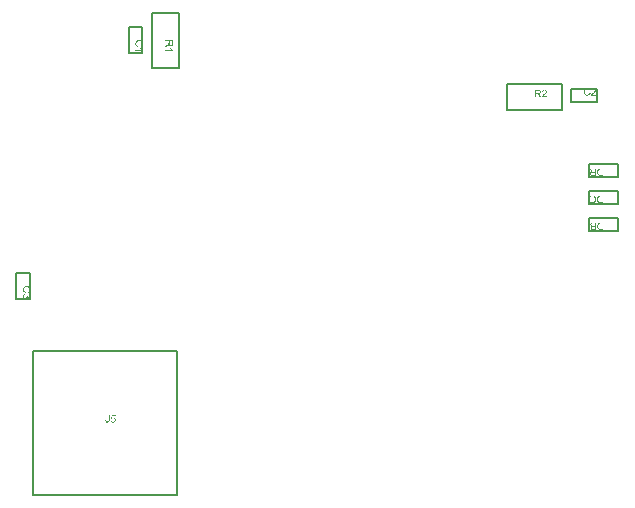
<source format=gbr>
%TF.GenerationSoftware,Altium Limited,Altium Designer,22.9.1 (49)*%
G04 Layer_Color=16711935*
%FSLAX23Y23*%
%MOIN*%
%TF.SameCoordinates,7E49B892-F471-4493-957F-970E4ADD815D*%
%TF.FilePolarity,Positive*%
%TF.FileFunction,Other,Top_Assembly*%
%TF.Part,Single*%
G01*
G75*
%TA.AperFunction,NonConductor*%
%ADD57C,0.008*%
G36*
X1914Y2623D02*
Y2623D01*
Y2623D01*
Y2623D01*
Y2623D01*
X1914Y2623D01*
Y2622D01*
X1914Y2622D01*
X1914Y2621D01*
X1914Y2620D01*
X1913Y2619D01*
X1913Y2619D01*
Y2618D01*
X1913Y2618D01*
X1913Y2618D01*
X1913Y2618D01*
X1912Y2618D01*
X1912Y2617D01*
X1912Y2617D01*
X1911Y2616D01*
X1911Y2616D01*
X1911Y2616D01*
X1910Y2616D01*
X1910Y2616D01*
X1910Y2615D01*
X1909Y2615D01*
X1908Y2615D01*
X1908Y2615D01*
X1907Y2615D01*
X1906D01*
X1906Y2615D01*
X1906Y2615D01*
X1906Y2615D01*
X1905Y2615D01*
X1904Y2615D01*
X1903Y2616D01*
X1903Y2616D01*
X1902Y2616D01*
X1902Y2617D01*
X1902Y2617D01*
X1902Y2617D01*
X1902Y2617D01*
X1902Y2617D01*
X1901Y2617D01*
X1901Y2617D01*
X1901Y2618D01*
X1901Y2618D01*
X1901Y2618D01*
X1901Y2619D01*
X1901Y2619D01*
X1900Y2620D01*
X1900Y2620D01*
X1900Y2621D01*
X1900Y2621D01*
X1900Y2622D01*
Y2623D01*
X1903Y2623D01*
Y2623D01*
Y2623D01*
Y2623D01*
X1903Y2622D01*
X1903Y2622D01*
Y2622D01*
X1903Y2621D01*
X1903Y2621D01*
X1904Y2620D01*
X1904Y2620D01*
X1904Y2619D01*
X1904Y2619D01*
X1904Y2619D01*
X1904Y2619D01*
X1904Y2619D01*
X1905Y2619D01*
X1905Y2618D01*
X1906Y2618D01*
X1906Y2618D01*
X1907Y2618D01*
X1907D01*
X1907Y2618D01*
X1907Y2618D01*
X1908Y2618D01*
X1908Y2618D01*
X1909Y2618D01*
X1909Y2619D01*
X1909Y2619D01*
X1909Y2619D01*
X1909Y2619D01*
X1909Y2619D01*
X1910Y2619D01*
X1910Y2619D01*
X1910Y2620D01*
X1910Y2620D01*
Y2620D01*
X1910Y2620D01*
X1910Y2621D01*
X1910Y2621D01*
X1910Y2621D01*
X1910Y2622D01*
X1911Y2622D01*
Y2623D01*
Y2641D01*
X1914D01*
Y2623D01*
D02*
G37*
G36*
X1934Y2637D02*
X1923D01*
X1922Y2631D01*
X1922Y2631D01*
X1922Y2631D01*
X1922Y2631D01*
X1923Y2631D01*
X1923Y2631D01*
X1923Y2631D01*
X1924Y2631D01*
X1924Y2632D01*
X1925Y2632D01*
X1926Y2632D01*
X1926Y2632D01*
X1927D01*
X1927Y2632D01*
X1928Y2632D01*
X1928Y2632D01*
X1928Y2632D01*
X1929Y2632D01*
X1930Y2632D01*
X1930Y2631D01*
X1931Y2631D01*
X1931Y2631D01*
X1932Y2631D01*
X1932Y2630D01*
X1932Y2630D01*
X1933Y2630D01*
X1933Y2630D01*
X1933Y2630D01*
X1933Y2629D01*
X1933Y2629D01*
X1933Y2629D01*
X1933Y2629D01*
X1934Y2628D01*
X1934Y2628D01*
X1934Y2627D01*
X1934Y2627D01*
X1934Y2626D01*
X1935Y2626D01*
X1935Y2625D01*
X1935Y2625D01*
X1935Y2624D01*
Y2624D01*
Y2624D01*
Y2624D01*
X1935Y2623D01*
X1935Y2623D01*
X1935Y2623D01*
X1935Y2622D01*
X1935Y2622D01*
X1934Y2621D01*
X1934Y2620D01*
X1934Y2620D01*
X1933Y2619D01*
X1933Y2619D01*
X1933Y2618D01*
X1933Y2618D01*
X1933Y2618D01*
X1933Y2618D01*
X1932Y2618D01*
X1932Y2617D01*
X1932Y2617D01*
X1931Y2617D01*
X1931Y2617D01*
X1931Y2616D01*
X1930Y2616D01*
X1930Y2616D01*
X1929Y2615D01*
X1928Y2615D01*
X1928Y2615D01*
X1927Y2615D01*
X1926Y2615D01*
X1926D01*
X1926Y2615D01*
X1925Y2615D01*
X1925Y2615D01*
X1925Y2615D01*
X1924Y2615D01*
X1923Y2615D01*
X1922Y2616D01*
X1922Y2616D01*
X1921Y2616D01*
X1921Y2617D01*
X1920Y2617D01*
X1920Y2617D01*
X1920Y2617D01*
X1920Y2617D01*
X1920Y2617D01*
X1920Y2617D01*
X1920Y2618D01*
X1920Y2618D01*
X1919Y2618D01*
X1919Y2619D01*
X1919Y2619D01*
X1919Y2620D01*
X1918Y2621D01*
X1918Y2621D01*
X1918Y2622D01*
X1921Y2622D01*
Y2622D01*
Y2622D01*
X1921Y2622D01*
X1921Y2622D01*
X1921Y2621D01*
X1922Y2621D01*
X1922Y2620D01*
X1922Y2620D01*
X1922Y2619D01*
X1923Y2619D01*
X1923Y2619D01*
X1923Y2619D01*
X1923Y2618D01*
X1924Y2618D01*
X1924Y2618D01*
X1925Y2618D01*
X1925Y2618D01*
X1926Y2618D01*
X1926D01*
X1926Y2618D01*
X1927Y2618D01*
X1927Y2618D01*
X1928Y2618D01*
X1929Y2618D01*
X1929Y2619D01*
X1930Y2619D01*
X1930Y2619D01*
X1930Y2619D01*
X1930Y2619D01*
X1930Y2619D01*
X1930Y2620D01*
X1930Y2620D01*
X1931Y2620D01*
X1931Y2621D01*
X1931Y2622D01*
X1931Y2623D01*
X1931Y2623D01*
Y2624D01*
Y2624D01*
Y2624D01*
Y2624D01*
X1931Y2624D01*
Y2624D01*
X1931Y2625D01*
X1931Y2625D01*
X1931Y2626D01*
X1931Y2627D01*
X1931Y2627D01*
X1930Y2628D01*
Y2628D01*
X1930Y2628D01*
X1930Y2628D01*
X1929Y2628D01*
X1929Y2629D01*
X1928Y2629D01*
X1928Y2629D01*
X1927Y2629D01*
X1927Y2629D01*
X1926D01*
X1926Y2629D01*
X1925Y2629D01*
X1925Y2629D01*
X1924Y2629D01*
X1924Y2629D01*
X1923Y2629D01*
X1923Y2629D01*
X1923Y2629D01*
X1923Y2628D01*
X1923Y2628D01*
X1922Y2628D01*
X1922Y2628D01*
X1922Y2627D01*
X1922Y2627D01*
X1919Y2627D01*
X1921Y2640D01*
X1934D01*
Y2637D01*
D02*
G37*
G36*
X2125Y3877D02*
X2125Y3877D01*
Y3877D01*
X2125Y3876D01*
X2125Y3875D01*
X2125Y3874D01*
X2125Y3874D01*
X2125Y3873D01*
X2124Y3873D01*
Y3873D01*
X2124Y3873D01*
X2124Y3873D01*
X2124Y3872D01*
X2124Y3872D01*
X2124Y3871D01*
X2123Y3871D01*
X2123Y3871D01*
X2122Y3870D01*
X2122D01*
X2122Y3870D01*
X2122Y3870D01*
X2121Y3870D01*
X2121Y3870D01*
X2120Y3869D01*
X2120Y3869D01*
X2119Y3869D01*
X2118Y3869D01*
X2118D01*
X2118D01*
X2118D01*
X2118Y3869D01*
X2118D01*
X2117Y3869D01*
X2117Y3869D01*
X2116Y3869D01*
X2115Y3870D01*
X2114Y3870D01*
X2114Y3870D01*
X2114Y3871D01*
X2114Y3871D01*
X2114Y3871D01*
X2114Y3871D01*
X2113Y3871D01*
X2113Y3871D01*
X2113Y3872D01*
X2113Y3872D01*
X2113Y3872D01*
X2113Y3872D01*
X2112Y3873D01*
X2112Y3873D01*
X2112Y3874D01*
X2112Y3874D01*
X2112Y3875D01*
X2112Y3875D01*
X2111Y3876D01*
X2111Y3876D01*
X2111Y3876D01*
X2111Y3876D01*
X2111Y3875D01*
X2111Y3875D01*
X2110Y3874D01*
X2110Y3874D01*
X2110Y3874D01*
X2110Y3874D01*
X2110Y3874D01*
X2109Y3873D01*
X2109Y3873D01*
X2108Y3872D01*
X2108Y3872D01*
X2107Y3871D01*
X2100Y3867D01*
Y3871D01*
X2105Y3874D01*
X2105D01*
X2105Y3875D01*
X2105Y3875D01*
X2106Y3875D01*
X2106Y3875D01*
X2107Y3875D01*
X2107Y3876D01*
X2108Y3876D01*
X2108Y3877D01*
X2109Y3877D01*
X2109Y3877D01*
X2109Y3877D01*
X2109Y3877D01*
X2109Y3877D01*
X2110Y3878D01*
X2110Y3878D01*
X2110Y3879D01*
X2110Y3879D01*
X2110Y3879D01*
X2111Y3879D01*
X2111Y3879D01*
X2111Y3879D01*
X2111Y3880D01*
X2111Y3880D01*
Y3880D01*
X2111Y3880D01*
Y3880D01*
X2111Y3881D01*
X2111Y3881D01*
Y3881D01*
X2111Y3882D01*
Y3886D01*
X2100D01*
Y3889D01*
X2125D01*
Y3877D01*
D02*
G37*
G36*
X2119Y3863D02*
X2119Y3863D01*
X2119Y3862D01*
X2119Y3862D01*
X2119Y3862D01*
X2119Y3862D01*
X2120Y3861D01*
X2120Y3860D01*
X2121Y3860D01*
X2121Y3859D01*
X2122Y3858D01*
X2122Y3858D01*
X2122Y3858D01*
X2122Y3858D01*
X2122Y3858D01*
X2123Y3858D01*
X2123Y3857D01*
X2124Y3857D01*
X2124Y3856D01*
X2125Y3856D01*
X2125Y3855D01*
Y3853D01*
X2100D01*
Y3857D01*
X2120D01*
X2120Y3857D01*
X2120Y3857D01*
X2119Y3857D01*
X2119Y3857D01*
X2119Y3858D01*
X2118Y3858D01*
X2118Y3859D01*
X2118Y3859D01*
Y3859D01*
X2118Y3860D01*
X2117Y3860D01*
X2117Y3860D01*
X2117Y3861D01*
X2117Y3861D01*
X2116Y3862D01*
X2116Y3862D01*
X2116Y3863D01*
X2119D01*
Y3863D01*
D02*
G37*
G36*
X1639Y3070D02*
X1639D01*
X1640Y3070D01*
X1640Y3070D01*
X1641Y3070D01*
X1642Y3070D01*
X1643Y3069D01*
X1644Y3069D01*
X1645Y3069D01*
X1645Y3068D01*
X1645Y3068D01*
X1645Y3068D01*
X1646Y3068D01*
X1646Y3068D01*
X1646Y3068D01*
X1647Y3067D01*
X1647Y3067D01*
X1648Y3066D01*
X1649Y3065D01*
X1650Y3064D01*
X1650Y3064D01*
X1650Y3064D01*
X1650Y3064D01*
X1650Y3064D01*
X1650Y3063D01*
X1650Y3063D01*
X1650Y3063D01*
X1650Y3062D01*
X1650Y3062D01*
X1651Y3062D01*
X1651Y3060D01*
X1651Y3059D01*
X1651Y3058D01*
Y3058D01*
X1651Y3058D01*
X1651Y3057D01*
X1651Y3057D01*
X1651Y3056D01*
X1651Y3056D01*
X1651Y3055D01*
X1650Y3054D01*
X1650Y3053D01*
X1650Y3053D01*
X1649Y3052D01*
X1649Y3052D01*
X1649Y3052D01*
X1649Y3052D01*
X1649Y3052D01*
X1649Y3051D01*
X1649Y3051D01*
X1648Y3051D01*
X1648Y3051D01*
X1648Y3050D01*
X1647Y3050D01*
X1647Y3050D01*
X1647Y3049D01*
X1646Y3049D01*
X1645Y3049D01*
X1645Y3049D01*
X1644Y3048D01*
X1644Y3048D01*
X1643Y3051D01*
X1643D01*
X1643Y3051D01*
X1643Y3052D01*
X1643Y3052D01*
X1644Y3052D01*
X1644Y3052D01*
X1644Y3052D01*
X1645Y3052D01*
X1646Y3053D01*
X1646Y3053D01*
X1647Y3054D01*
X1647Y3054D01*
X1647Y3054D01*
X1647Y3055D01*
X1648Y3055D01*
X1648Y3056D01*
X1648Y3056D01*
X1648Y3057D01*
X1648Y3058D01*
Y3058D01*
X1648Y3059D01*
Y3059D01*
X1648Y3059D01*
X1648Y3060D01*
X1648Y3061D01*
X1648Y3061D01*
X1647Y3062D01*
X1647Y3063D01*
Y3063D01*
X1647Y3063D01*
X1647Y3063D01*
X1646Y3064D01*
X1646Y3064D01*
X1645Y3065D01*
X1645Y3065D01*
X1644Y3065D01*
X1643Y3066D01*
X1643D01*
X1643Y3066D01*
X1643Y3066D01*
X1643Y3066D01*
X1642Y3066D01*
X1642Y3066D01*
X1642Y3066D01*
X1641Y3066D01*
X1640Y3066D01*
X1639Y3067D01*
X1638Y3067D01*
X1638D01*
X1638D01*
X1638D01*
X1638D01*
X1637Y3067D01*
X1637D01*
X1637Y3067D01*
X1636Y3066D01*
X1635Y3066D01*
X1635Y3066D01*
X1634Y3066D01*
X1633Y3066D01*
X1633D01*
X1632Y3066D01*
X1632Y3066D01*
X1632Y3065D01*
X1632Y3065D01*
X1631Y3065D01*
X1631Y3065D01*
X1630Y3064D01*
X1630Y3063D01*
X1629Y3063D01*
Y3063D01*
X1629Y3063D01*
X1629Y3063D01*
X1629Y3062D01*
X1629Y3062D01*
X1629Y3062D01*
X1628Y3061D01*
X1628Y3061D01*
X1628Y3060D01*
X1628Y3059D01*
X1628Y3058D01*
Y3058D01*
X1628Y3058D01*
Y3058D01*
X1628Y3057D01*
X1628Y3057D01*
X1628Y3056D01*
X1629Y3055D01*
X1629Y3054D01*
X1629Y3054D01*
X1629Y3054D01*
X1629Y3054D01*
X1630Y3054D01*
X1630Y3054D01*
X1630Y3053D01*
X1630Y3053D01*
X1630Y3053D01*
X1630Y3053D01*
X1631Y3053D01*
X1631Y3052D01*
X1631Y3052D01*
X1632Y3052D01*
X1632Y3052D01*
X1633Y3052D01*
X1633Y3051D01*
X1634Y3051D01*
X1634Y3051D01*
X1633Y3048D01*
X1633D01*
X1633Y3048D01*
X1633Y3048D01*
X1633Y3048D01*
X1632Y3048D01*
X1632Y3048D01*
X1632Y3048D01*
X1631Y3049D01*
X1630Y3049D01*
X1629Y3050D01*
X1629Y3050D01*
X1628Y3051D01*
X1628Y3051D01*
X1627Y3052D01*
X1627Y3052D01*
X1627Y3052D01*
X1627Y3052D01*
X1627Y3052D01*
X1627Y3052D01*
X1626Y3053D01*
X1626Y3053D01*
X1626Y3053D01*
X1626Y3054D01*
X1626Y3054D01*
X1626Y3055D01*
X1625Y3055D01*
X1625Y3056D01*
X1625Y3057D01*
X1625Y3057D01*
X1625Y3058D01*
Y3059D01*
X1625Y3059D01*
Y3059D01*
X1625Y3060D01*
X1625Y3060D01*
X1625Y3061D01*
X1625Y3062D01*
X1626Y3063D01*
X1626Y3064D01*
X1626Y3064D01*
X1627Y3065D01*
X1627Y3065D01*
X1627Y3065D01*
X1627Y3065D01*
X1627Y3065D01*
X1627Y3065D01*
X1627Y3066D01*
X1628Y3066D01*
X1628Y3066D01*
X1628Y3067D01*
X1629Y3067D01*
X1629Y3068D01*
X1630Y3068D01*
X1631Y3069D01*
X1631D01*
X1632Y3069D01*
X1632Y3069D01*
X1632Y3069D01*
X1632Y3069D01*
X1633Y3069D01*
X1633Y3069D01*
X1633Y3069D01*
X1634Y3069D01*
X1635Y3070D01*
X1636Y3070D01*
X1637Y3070D01*
X1638Y3070D01*
X1638D01*
X1638D01*
X1639D01*
X1639Y3070D01*
D02*
G37*
G36*
X1632Y3042D02*
X1632D01*
X1632Y3042D01*
X1632Y3042D01*
X1632Y3042D01*
X1632Y3042D01*
X1632Y3042D01*
X1631Y3041D01*
X1630Y3041D01*
X1630Y3041D01*
X1629Y3040D01*
X1629Y3040D01*
X1629Y3040D01*
X1628Y3040D01*
X1628Y3039D01*
X1628Y3039D01*
X1628Y3039D01*
X1628Y3038D01*
X1628Y3037D01*
X1628Y3037D01*
Y3037D01*
X1628Y3036D01*
X1628Y3036D01*
X1628Y3036D01*
X1628Y3035D01*
X1628Y3034D01*
X1629Y3034D01*
X1629Y3033D01*
X1629Y3033D01*
X1629Y3033D01*
X1630Y3033D01*
X1630Y3032D01*
X1631Y3032D01*
X1631Y3032D01*
X1632Y3032D01*
X1633Y3032D01*
X1633D01*
X1633D01*
X1633D01*
X1633Y3032D01*
X1634Y3032D01*
X1634Y3032D01*
X1635Y3032D01*
X1635Y3032D01*
X1636Y3033D01*
X1636Y3033D01*
X1636Y3033D01*
X1637Y3033D01*
X1637Y3034D01*
X1637Y3034D01*
X1637Y3035D01*
X1637Y3035D01*
X1638Y3036D01*
X1638Y3037D01*
Y3037D01*
X1638Y3037D01*
X1638Y3037D01*
X1638Y3038D01*
X1637Y3038D01*
X1637Y3039D01*
X1640Y3038D01*
Y3038D01*
X1640Y3038D01*
Y3038D01*
X1640Y3037D01*
X1640Y3037D01*
X1640Y3036D01*
X1641Y3036D01*
X1641Y3035D01*
X1641Y3034D01*
Y3034D01*
X1641Y3034D01*
X1641Y3034D01*
X1642Y3034D01*
X1642Y3034D01*
X1642Y3033D01*
X1643Y3033D01*
X1643Y3033D01*
X1644Y3033D01*
X1644D01*
X1644D01*
X1644D01*
X1645D01*
X1645Y3033D01*
X1645Y3033D01*
X1646Y3033D01*
X1646Y3033D01*
X1647Y3034D01*
X1647Y3034D01*
X1647Y3034D01*
X1647Y3034D01*
X1647Y3034D01*
X1648Y3035D01*
X1648Y3035D01*
X1648Y3036D01*
X1648Y3036D01*
X1648Y3037D01*
Y3037D01*
X1648Y3038D01*
X1648Y3038D01*
X1648Y3038D01*
X1648Y3039D01*
X1647Y3039D01*
X1647Y3040D01*
X1647Y3040D01*
X1647Y3040D01*
X1647Y3040D01*
X1646Y3041D01*
X1646Y3041D01*
X1645Y3041D01*
X1644Y3041D01*
X1644Y3041D01*
X1644Y3045D01*
X1644D01*
X1644Y3044D01*
X1645Y3044D01*
X1645Y3044D01*
X1645Y3044D01*
X1645Y3044D01*
X1646Y3044D01*
X1647Y3044D01*
X1648Y3043D01*
X1648Y3043D01*
X1649Y3042D01*
X1649Y3042D01*
X1649Y3042D01*
X1649Y3042D01*
X1649Y3042D01*
X1649Y3041D01*
X1650Y3041D01*
X1650Y3041D01*
X1650Y3041D01*
X1650Y3040D01*
X1650Y3039D01*
X1651Y3038D01*
X1651Y3038D01*
Y3037D01*
X1651Y3036D01*
X1651Y3036D01*
X1651Y3035D01*
X1650Y3035D01*
X1650Y3034D01*
X1650Y3033D01*
Y3033D01*
X1650Y3033D01*
X1650Y3033D01*
X1649Y3033D01*
X1649Y3032D01*
X1649Y3032D01*
X1648Y3031D01*
X1648Y3031D01*
X1647Y3031D01*
X1647Y3031D01*
X1647Y3030D01*
X1647Y3030D01*
X1646Y3030D01*
X1646Y3030D01*
X1645Y3030D01*
X1645Y3030D01*
X1644Y3030D01*
X1644D01*
X1644D01*
X1644Y3030D01*
X1643Y3030D01*
X1643Y3030D01*
X1642Y3030D01*
X1642Y3030D01*
X1641Y3031D01*
X1641Y3031D01*
X1641Y3031D01*
X1641Y3031D01*
X1640Y3031D01*
X1640Y3032D01*
X1640Y3032D01*
X1639Y3032D01*
X1639Y3033D01*
Y3033D01*
X1639Y3033D01*
X1639Y3033D01*
X1639Y3033D01*
X1639Y3032D01*
X1639Y3032D01*
X1638Y3031D01*
X1638Y3031D01*
X1637Y3030D01*
X1637Y3030D01*
X1637Y3030D01*
X1637Y3029D01*
X1636Y3029D01*
X1636Y3029D01*
X1635Y3029D01*
X1635Y3029D01*
X1634Y3028D01*
X1633Y3028D01*
X1633D01*
X1633D01*
X1633D01*
X1632Y3028D01*
X1632Y3028D01*
X1632Y3029D01*
X1631Y3029D01*
X1631Y3029D01*
X1630Y3029D01*
X1630Y3029D01*
X1629Y3029D01*
X1629Y3030D01*
X1628Y3030D01*
X1628Y3030D01*
X1627Y3031D01*
X1627Y3031D01*
X1627Y3031D01*
X1627Y3031D01*
X1627Y3031D01*
X1627Y3031D01*
X1627Y3032D01*
X1626Y3032D01*
X1626Y3032D01*
X1626Y3033D01*
X1626Y3033D01*
X1626Y3034D01*
X1625Y3034D01*
X1625Y3035D01*
X1625Y3036D01*
X1625Y3036D01*
X1625Y3037D01*
Y3037D01*
X1625Y3037D01*
X1625Y3038D01*
X1625Y3038D01*
X1625Y3038D01*
X1625Y3039D01*
X1625Y3040D01*
X1626Y3041D01*
X1626Y3041D01*
X1626Y3041D01*
X1627Y3042D01*
X1627Y3042D01*
X1627Y3042D01*
X1627Y3042D01*
X1627Y3043D01*
X1627Y3043D01*
X1628Y3043D01*
X1628Y3043D01*
X1628Y3043D01*
X1628Y3044D01*
X1629Y3044D01*
X1629Y3044D01*
X1630Y3044D01*
X1631Y3045D01*
X1632Y3045D01*
X1632Y3045D01*
X1632Y3042D01*
D02*
G37*
G36*
X3364Y3725D02*
X3364Y3725D01*
X3365Y3725D01*
X3365Y3725D01*
X3365Y3725D01*
X3366Y3725D01*
X3367Y3724D01*
X3368Y3724D01*
X3368Y3724D01*
X3369Y3724D01*
X3369Y3723D01*
X3369Y3723D01*
X3369Y3723D01*
X3369Y3723D01*
X3369Y3723D01*
X3370Y3723D01*
X3370Y3722D01*
X3370Y3722D01*
X3370Y3722D01*
X3370Y3721D01*
X3371Y3720D01*
X3371Y3720D01*
X3371Y3719D01*
X3371Y3719D01*
X3371Y3718D01*
Y3718D01*
Y3718D01*
X3371Y3718D01*
X3371Y3717D01*
X3371Y3717D01*
X3371Y3716D01*
X3371Y3716D01*
X3371Y3715D01*
X3370Y3715D01*
X3370Y3715D01*
X3370Y3715D01*
X3370Y3714D01*
X3370Y3714D01*
X3369Y3713D01*
X3369Y3713D01*
X3368Y3712D01*
X3368Y3712D01*
X3368Y3712D01*
X3368Y3712D01*
X3368Y3712D01*
X3368Y3711D01*
X3367Y3711D01*
X3367Y3711D01*
X3367Y3710D01*
X3366Y3710D01*
X3366Y3710D01*
X3365Y3709D01*
X3365Y3709D01*
X3364Y3708D01*
X3364Y3708D01*
X3364Y3708D01*
X3364Y3708D01*
X3363Y3708D01*
X3363Y3707D01*
X3363Y3707D01*
X3363Y3707D01*
X3362Y3707D01*
X3362Y3706D01*
X3361Y3705D01*
X3361Y3705D01*
X3360Y3705D01*
X3360Y3705D01*
X3360Y3705D01*
X3360Y3704D01*
X3360Y3704D01*
X3360Y3704D01*
X3359Y3704D01*
X3359Y3704D01*
X3359Y3703D01*
X3371D01*
Y3700D01*
X3355D01*
Y3700D01*
Y3700D01*
Y3700D01*
X3355Y3701D01*
X3355Y3701D01*
X3355Y3701D01*
X3355Y3702D01*
X3355Y3702D01*
Y3702D01*
X3355Y3702D01*
X3355Y3702D01*
X3355Y3703D01*
X3355Y3703D01*
X3356Y3704D01*
X3356Y3704D01*
X3356Y3705D01*
X3357Y3705D01*
Y3706D01*
X3357Y3706D01*
X3357Y3706D01*
X3357Y3706D01*
X3358Y3707D01*
X3359Y3707D01*
X3359Y3708D01*
X3360Y3709D01*
X3361Y3709D01*
X3361Y3709D01*
X3361Y3709D01*
X3361Y3710D01*
X3362Y3710D01*
X3362Y3710D01*
X3362Y3710D01*
X3363Y3711D01*
X3363Y3711D01*
X3364Y3712D01*
X3365Y3713D01*
X3365Y3713D01*
X3366Y3714D01*
X3366Y3714D01*
X3367Y3715D01*
Y3715D01*
X3367Y3715D01*
X3367Y3715D01*
X3367Y3715D01*
X3367Y3715D01*
X3367Y3716D01*
X3368Y3716D01*
X3368Y3717D01*
X3368Y3718D01*
X3368Y3718D01*
Y3718D01*
Y3718D01*
X3368Y3719D01*
X3368Y3719D01*
X3368Y3719D01*
X3368Y3720D01*
X3367Y3720D01*
X3367Y3721D01*
X3367Y3721D01*
X3367Y3722D01*
X3366Y3722D01*
X3366Y3722D01*
X3366Y3722D01*
X3365Y3722D01*
X3365Y3723D01*
X3364Y3723D01*
X3363Y3723D01*
X3363D01*
X3363Y3723D01*
X3362Y3723D01*
X3362Y3723D01*
X3361Y3722D01*
X3361Y3722D01*
X3360Y3722D01*
X3360Y3721D01*
X3360Y3721D01*
X3359Y3721D01*
X3359Y3721D01*
X3359Y3720D01*
X3359Y3720D01*
X3358Y3719D01*
X3358Y3719D01*
X3358Y3718D01*
X3355Y3718D01*
Y3718D01*
X3355Y3718D01*
Y3718D01*
X3355Y3719D01*
X3355Y3719D01*
X3355Y3719D01*
X3355Y3720D01*
X3356Y3720D01*
X3356Y3721D01*
X3356Y3722D01*
X3357Y3722D01*
X3357Y3723D01*
X3357Y3723D01*
X3358Y3723D01*
X3358Y3723D01*
X3358Y3723D01*
X3358Y3724D01*
X3358Y3724D01*
X3358Y3724D01*
X3358Y3724D01*
X3359Y3724D01*
X3359Y3724D01*
X3359Y3725D01*
X3360Y3725D01*
X3360Y3725D01*
X3361Y3725D01*
X3361Y3725D01*
X3362Y3725D01*
X3363Y3725D01*
X3363Y3725D01*
X3364D01*
X3364Y3725D01*
D02*
G37*
G36*
X3343Y3725D02*
X3343D01*
X3344Y3725D01*
X3345Y3725D01*
X3346Y3725D01*
X3346Y3725D01*
X3347Y3725D01*
X3347Y3724D01*
X3347D01*
X3347Y3724D01*
X3347Y3724D01*
X3348Y3724D01*
X3348Y3724D01*
X3349Y3724D01*
X3349Y3723D01*
X3349Y3723D01*
X3350Y3722D01*
Y3722D01*
X3350Y3722D01*
X3350Y3722D01*
X3350Y3721D01*
X3350Y3721D01*
X3351Y3720D01*
X3351Y3720D01*
X3351Y3719D01*
X3351Y3718D01*
Y3718D01*
Y3718D01*
Y3718D01*
X3351Y3718D01*
Y3718D01*
X3351Y3717D01*
X3351Y3717D01*
X3351Y3716D01*
X3350Y3715D01*
X3350Y3714D01*
X3350Y3714D01*
X3349Y3714D01*
X3349Y3714D01*
X3349Y3714D01*
X3349Y3714D01*
X3349Y3713D01*
X3349Y3713D01*
X3348Y3713D01*
X3348Y3713D01*
X3348Y3713D01*
X3348Y3713D01*
X3347Y3712D01*
X3347Y3712D01*
X3346Y3712D01*
X3346Y3712D01*
X3345Y3712D01*
X3345Y3712D01*
X3344Y3711D01*
X3344Y3711D01*
X3344Y3711D01*
X3344Y3711D01*
X3345Y3711D01*
X3345Y3711D01*
X3346Y3710D01*
X3346Y3710D01*
X3346Y3710D01*
X3346Y3710D01*
X3346Y3710D01*
X3347Y3709D01*
X3347Y3709D01*
X3348Y3708D01*
X3348Y3708D01*
X3349Y3707D01*
X3353Y3700D01*
X3349D01*
X3346Y3705D01*
Y3705D01*
X3345Y3705D01*
X3345Y3705D01*
X3345Y3706D01*
X3345Y3706D01*
X3345Y3707D01*
X3344Y3707D01*
X3344Y3708D01*
X3343Y3708D01*
X3343Y3709D01*
X3343Y3709D01*
X3343Y3709D01*
X3343Y3709D01*
X3343Y3709D01*
X3342Y3710D01*
X3342Y3710D01*
X3341Y3710D01*
X3341Y3710D01*
X3341Y3710D01*
X3341Y3711D01*
X3341Y3711D01*
X3341Y3711D01*
X3340Y3711D01*
X3340Y3711D01*
X3340D01*
X3340Y3711D01*
X3340D01*
X3339Y3711D01*
X3339Y3711D01*
X3339D01*
X3338Y3711D01*
X3334D01*
Y3700D01*
X3331D01*
Y3725D01*
X3343D01*
X3343Y3725D01*
D02*
G37*
G36*
X3507Y3731D02*
X3507Y3731D01*
X3508Y3731D01*
X3508Y3731D01*
X3509Y3731D01*
X3510Y3731D01*
X3511Y3730D01*
X3511Y3730D01*
X3512Y3730D01*
X3512Y3729D01*
X3513Y3729D01*
X3513Y3729D01*
X3513Y3729D01*
X3513Y3729D01*
X3513Y3729D01*
X3514Y3729D01*
X3514Y3728D01*
X3514Y3728D01*
X3514Y3728D01*
X3515Y3727D01*
X3515Y3727D01*
X3515Y3727D01*
X3516Y3726D01*
X3516Y3725D01*
X3516Y3725D01*
X3516Y3724D01*
X3517Y3724D01*
X3513Y3723D01*
Y3723D01*
X3513Y3723D01*
X3513Y3723D01*
X3513Y3723D01*
X3513Y3724D01*
X3513Y3724D01*
X3513Y3724D01*
X3512Y3725D01*
X3512Y3726D01*
X3511Y3726D01*
X3511Y3727D01*
X3511Y3727D01*
X3510Y3727D01*
X3510Y3727D01*
X3510Y3728D01*
X3509Y3728D01*
X3508Y3728D01*
X3507Y3728D01*
X3506Y3728D01*
X3506D01*
X3506Y3728D01*
X3506D01*
X3505Y3728D01*
X3505Y3728D01*
X3504Y3728D01*
X3503Y3728D01*
X3502Y3727D01*
X3502Y3727D01*
X3502D01*
X3502Y3727D01*
X3501Y3727D01*
X3501Y3726D01*
X3501Y3726D01*
X3500Y3725D01*
X3500Y3725D01*
X3499Y3724D01*
X3499Y3723D01*
Y3723D01*
X3499Y3723D01*
X3499Y3723D01*
X3499Y3723D01*
X3499Y3722D01*
X3499Y3722D01*
X3499Y3722D01*
X3498Y3721D01*
X3498Y3720D01*
X3498Y3719D01*
X3498Y3718D01*
Y3718D01*
Y3718D01*
Y3718D01*
Y3718D01*
X3498Y3717D01*
Y3717D01*
X3498Y3717D01*
X3498Y3716D01*
X3498Y3715D01*
X3499Y3714D01*
X3499Y3714D01*
X3499Y3713D01*
Y3713D01*
X3499Y3712D01*
X3499Y3712D01*
X3499Y3712D01*
X3499Y3712D01*
X3500Y3711D01*
X3500Y3711D01*
X3501Y3710D01*
X3501Y3710D01*
X3502Y3709D01*
X3502D01*
X3502Y3709D01*
X3502Y3709D01*
X3502Y3709D01*
X3502Y3709D01*
X3503Y3709D01*
X3503Y3708D01*
X3504Y3708D01*
X3505Y3708D01*
X3505Y3708D01*
X3506Y3708D01*
X3506D01*
X3507Y3708D01*
X3507D01*
X3507Y3708D01*
X3508Y3708D01*
X3509Y3708D01*
X3509Y3709D01*
X3510Y3709D01*
X3511Y3709D01*
X3511Y3709D01*
X3511Y3709D01*
X3511Y3710D01*
X3511Y3710D01*
X3511Y3710D01*
X3511Y3710D01*
X3512Y3710D01*
X3512Y3710D01*
X3512Y3711D01*
X3512Y3711D01*
X3512Y3711D01*
X3513Y3712D01*
X3513Y3712D01*
X3513Y3713D01*
X3513Y3713D01*
X3513Y3714D01*
X3514Y3714D01*
X3517Y3713D01*
Y3713D01*
X3517Y3713D01*
X3517Y3713D01*
X3517Y3713D01*
X3517Y3712D01*
X3516Y3712D01*
X3516Y3712D01*
X3516Y3711D01*
X3516Y3710D01*
X3515Y3709D01*
X3515Y3709D01*
X3514Y3708D01*
X3514Y3708D01*
X3513Y3707D01*
X3513Y3707D01*
X3513Y3707D01*
X3513Y3707D01*
X3513Y3707D01*
X3512Y3707D01*
X3512Y3706D01*
X3512Y3706D01*
X3511Y3706D01*
X3511Y3706D01*
X3510Y3706D01*
X3510Y3706D01*
X3509Y3705D01*
X3509Y3705D01*
X3508Y3705D01*
X3507Y3705D01*
X3507Y3705D01*
X3506D01*
X3506Y3705D01*
X3505D01*
X3505Y3705D01*
X3505Y3705D01*
X3504Y3705D01*
X3503Y3705D01*
X3502Y3706D01*
X3501Y3706D01*
X3500Y3706D01*
X3500Y3707D01*
X3500Y3707D01*
X3500Y3707D01*
X3500Y3707D01*
X3499Y3707D01*
X3499Y3707D01*
X3499Y3707D01*
X3499Y3708D01*
X3498Y3708D01*
X3498Y3708D01*
X3498Y3709D01*
X3497Y3709D01*
X3497Y3710D01*
X3496Y3711D01*
Y3711D01*
X3496Y3712D01*
X3496Y3712D01*
X3496Y3712D01*
X3496Y3712D01*
X3496Y3713D01*
X3495Y3713D01*
X3495Y3713D01*
X3495Y3714D01*
X3495Y3714D01*
X3495Y3716D01*
X3495Y3717D01*
X3495Y3718D01*
Y3718D01*
Y3718D01*
Y3719D01*
X3495Y3719D01*
Y3719D01*
X3495Y3720D01*
X3495Y3720D01*
X3495Y3721D01*
X3495Y3722D01*
X3495Y3723D01*
X3496Y3724D01*
X3496Y3725D01*
X3496Y3725D01*
X3496Y3725D01*
X3496Y3725D01*
X3496Y3726D01*
X3497Y3726D01*
X3497Y3726D01*
X3497Y3727D01*
X3498Y3727D01*
X3499Y3728D01*
X3499Y3729D01*
X3500Y3730D01*
X3500Y3730D01*
X3501Y3730D01*
X3501Y3730D01*
X3501Y3730D01*
X3501Y3730D01*
X3501Y3730D01*
X3502Y3730D01*
X3502Y3730D01*
X3503Y3730D01*
X3503Y3731D01*
X3504Y3731D01*
X3505Y3731D01*
X3507Y3731D01*
X3507D01*
X3507Y3731D01*
D02*
G37*
G36*
X3529Y3731D02*
X3529Y3731D01*
X3529Y3731D01*
X3530Y3731D01*
X3530Y3730D01*
X3531Y3730D01*
X3532Y3730D01*
X3533Y3730D01*
X3533Y3729D01*
X3533Y3729D01*
X3534Y3729D01*
X3534Y3729D01*
X3534Y3729D01*
X3534Y3728D01*
X3534Y3728D01*
X3534Y3728D01*
X3535Y3728D01*
X3535Y3728D01*
X3535Y3727D01*
X3535Y3727D01*
X3536Y3726D01*
X3536Y3725D01*
X3536Y3725D01*
X3536Y3724D01*
X3536Y3724D01*
Y3724D01*
Y3723D01*
X3536Y3723D01*
X3536Y3723D01*
X3536Y3722D01*
X3536Y3722D01*
X3536Y3721D01*
X3535Y3721D01*
X3535Y3721D01*
X3535Y3721D01*
X3535Y3720D01*
X3535Y3720D01*
X3535Y3719D01*
X3534Y3719D01*
X3534Y3718D01*
X3533Y3718D01*
X3533Y3718D01*
X3533Y3717D01*
X3533Y3717D01*
X3533Y3717D01*
X3532Y3717D01*
X3532Y3717D01*
X3532Y3716D01*
X3532Y3716D01*
X3531Y3716D01*
X3531Y3715D01*
X3530Y3715D01*
X3530Y3714D01*
X3529Y3714D01*
X3529Y3713D01*
X3529Y3713D01*
X3528Y3713D01*
X3528Y3713D01*
X3528Y3713D01*
X3528Y3713D01*
X3528Y3712D01*
X3527Y3712D01*
X3526Y3711D01*
X3526Y3711D01*
X3525Y3710D01*
X3525Y3710D01*
X3525Y3710D01*
X3525Y3710D01*
X3525Y3710D01*
X3525Y3710D01*
X3524Y3710D01*
X3524Y3709D01*
X3524Y3709D01*
X3524Y3708D01*
X3536D01*
Y3705D01*
X3519D01*
Y3705D01*
Y3706D01*
Y3706D01*
X3519Y3706D01*
X3519Y3706D01*
X3520Y3707D01*
X3520Y3707D01*
X3520Y3708D01*
Y3708D01*
X3520Y3708D01*
X3520Y3708D01*
X3520Y3708D01*
X3520Y3709D01*
X3520Y3709D01*
X3521Y3710D01*
X3521Y3710D01*
X3522Y3711D01*
Y3711D01*
X3522Y3711D01*
X3522Y3711D01*
X3522Y3712D01*
X3523Y3712D01*
X3523Y3713D01*
X3524Y3713D01*
X3525Y3714D01*
X3526Y3715D01*
X3526Y3715D01*
X3526Y3715D01*
X3526Y3715D01*
X3526Y3715D01*
X3527Y3716D01*
X3527Y3716D01*
X3528Y3716D01*
X3528Y3717D01*
X3529Y3718D01*
X3530Y3718D01*
X3530Y3719D01*
X3531Y3719D01*
X3531Y3720D01*
X3531Y3720D01*
Y3720D01*
X3531Y3720D01*
X3532Y3720D01*
X3532Y3720D01*
X3532Y3721D01*
X3532Y3721D01*
X3532Y3722D01*
X3533Y3722D01*
X3533Y3723D01*
X3533Y3724D01*
Y3724D01*
Y3724D01*
X3533Y3724D01*
X3533Y3724D01*
X3533Y3725D01*
X3533Y3725D01*
X3532Y3726D01*
X3532Y3726D01*
X3532Y3727D01*
X3531Y3727D01*
X3531Y3727D01*
X3531Y3727D01*
X3531Y3728D01*
X3530Y3728D01*
X3530Y3728D01*
X3529Y3728D01*
X3528Y3728D01*
X3528D01*
X3528Y3728D01*
X3527Y3728D01*
X3527Y3728D01*
X3526Y3728D01*
X3526Y3728D01*
X3525Y3727D01*
X3524Y3727D01*
X3524Y3727D01*
X3524Y3727D01*
X3524Y3726D01*
X3524Y3726D01*
X3524Y3725D01*
X3523Y3725D01*
X3523Y3724D01*
X3523Y3723D01*
X3520Y3723D01*
Y3723D01*
X3520Y3724D01*
Y3724D01*
X3520Y3724D01*
X3520Y3724D01*
X3520Y3725D01*
X3520Y3725D01*
X3520Y3725D01*
X3521Y3726D01*
X3521Y3727D01*
X3521Y3728D01*
X3522Y3728D01*
X3522Y3728D01*
X3522Y3729D01*
X3522Y3729D01*
X3522Y3729D01*
X3523Y3729D01*
X3523Y3729D01*
X3523Y3729D01*
X3523Y3729D01*
X3524Y3730D01*
X3524Y3730D01*
X3524Y3730D01*
X3525Y3730D01*
X3525Y3730D01*
X3526Y3730D01*
X3526Y3731D01*
X3527Y3731D01*
X3527Y3731D01*
X3528Y3731D01*
X3529D01*
X3529Y3731D01*
D02*
G37*
G36*
X3535Y3437D02*
X3523D01*
X3523Y3437D01*
X3522D01*
X3521Y3437D01*
X3521Y3437D01*
X3520Y3438D01*
X3519Y3438D01*
X3519Y3438D01*
X3518Y3438D01*
X3518D01*
X3518Y3438D01*
X3518Y3438D01*
X3518Y3438D01*
X3517Y3438D01*
X3517Y3439D01*
X3516Y3439D01*
X3516Y3440D01*
X3515Y3440D01*
Y3440D01*
X3515Y3440D01*
X3515Y3441D01*
X3515Y3441D01*
X3515Y3441D01*
X3515Y3442D01*
X3515Y3443D01*
X3514Y3443D01*
X3514Y3444D01*
Y3444D01*
Y3444D01*
Y3444D01*
X3514Y3445D01*
Y3445D01*
X3514Y3445D01*
X3515Y3446D01*
X3515Y3446D01*
X3515Y3447D01*
X3516Y3448D01*
X3516Y3448D01*
X3516Y3449D01*
X3516Y3449D01*
X3516Y3449D01*
X3516Y3449D01*
X3517Y3449D01*
X3517Y3449D01*
X3517Y3449D01*
X3517Y3449D01*
X3517Y3450D01*
X3518Y3450D01*
X3518Y3450D01*
X3519Y3450D01*
X3519Y3450D01*
X3520Y3451D01*
X3520Y3451D01*
X3521Y3451D01*
X3522Y3451D01*
X3521Y3451D01*
X3521Y3451D01*
X3521Y3451D01*
X3521Y3451D01*
X3520Y3452D01*
X3520Y3452D01*
X3520Y3452D01*
X3519Y3452D01*
X3519Y3452D01*
X3519Y3453D01*
X3519Y3453D01*
X3518Y3454D01*
X3518Y3454D01*
X3517Y3455D01*
X3517Y3456D01*
X3512Y3462D01*
X3517D01*
X3520Y3457D01*
Y3457D01*
X3520Y3457D01*
X3520Y3457D01*
X3520Y3457D01*
X3520Y3456D01*
X3521Y3456D01*
X3521Y3455D01*
X3522Y3455D01*
X3522Y3454D01*
X3522Y3454D01*
X3522Y3454D01*
X3522Y3454D01*
X3523Y3453D01*
X3523Y3453D01*
X3523Y3453D01*
X3524Y3452D01*
X3524Y3452D01*
X3524Y3452D01*
X3524Y3452D01*
X3524Y3452D01*
X3524Y3452D01*
X3525Y3452D01*
X3525Y3452D01*
X3526Y3451D01*
X3526D01*
X3526Y3451D01*
X3526D01*
X3526Y3451D01*
X3526Y3451D01*
X3527D01*
X3527Y3451D01*
X3531D01*
Y3462D01*
X3535D01*
Y3437D01*
D02*
G37*
G36*
X3560D02*
X3550D01*
X3550Y3437D01*
X3549Y3437D01*
X3548Y3437D01*
X3547Y3437D01*
X3547Y3438D01*
X3547D01*
X3547Y3438D01*
X3547D01*
X3546Y3438D01*
X3546Y3438D01*
X3546Y3438D01*
X3545Y3438D01*
X3544Y3439D01*
X3544Y3439D01*
X3543Y3439D01*
X3543Y3439D01*
X3543Y3439D01*
X3543Y3440D01*
X3543Y3440D01*
X3542Y3440D01*
X3542Y3441D01*
X3542Y3441D01*
X3541Y3442D01*
X3541Y3443D01*
X3540Y3444D01*
Y3444D01*
X3540Y3444D01*
X3540Y3444D01*
X3540Y3444D01*
X3540Y3444D01*
X3540Y3445D01*
X3540Y3445D01*
X3540Y3445D01*
X3540Y3446D01*
X3540Y3446D01*
X3539Y3447D01*
X3539Y3448D01*
X3539Y3450D01*
Y3450D01*
Y3450D01*
Y3450D01*
Y3450D01*
X3539Y3450D01*
Y3451D01*
X3539Y3451D01*
X3539Y3452D01*
X3539Y3453D01*
X3540Y3454D01*
X3540Y3455D01*
Y3455D01*
X3540Y3455D01*
X3540Y3455D01*
X3540Y3455D01*
X3540Y3456D01*
X3540Y3456D01*
X3541Y3457D01*
X3541Y3457D01*
X3541Y3458D01*
X3542Y3458D01*
X3542Y3459D01*
X3542Y3459D01*
X3542Y3459D01*
X3542Y3459D01*
X3543Y3460D01*
X3543Y3460D01*
X3543Y3460D01*
X3544Y3461D01*
X3544Y3461D01*
X3544Y3461D01*
X3544Y3461D01*
X3545Y3461D01*
X3545Y3461D01*
X3546Y3462D01*
X3546Y3462D01*
X3547Y3462D01*
X3547D01*
X3547Y3462D01*
X3547Y3462D01*
X3548Y3462D01*
X3548Y3462D01*
X3549Y3462D01*
X3549Y3462D01*
X3550Y3462D01*
X3551Y3462D01*
X3560D01*
Y3437D01*
D02*
G37*
G36*
X3523Y3372D02*
X3524D01*
X3524Y3372D01*
X3524Y3372D01*
X3525Y3372D01*
X3526Y3372D01*
X3527Y3372D01*
X3528Y3371D01*
X3529Y3371D01*
X3529Y3371D01*
X3529Y3371D01*
X3529Y3371D01*
X3530Y3371D01*
X3530Y3371D01*
X3530Y3370D01*
X3530Y3370D01*
X3531Y3370D01*
X3532Y3369D01*
X3533Y3368D01*
X3533Y3367D01*
X3534Y3366D01*
Y3366D01*
X3534Y3366D01*
X3534Y3366D01*
X3534Y3366D01*
X3534Y3365D01*
X3534Y3365D01*
X3535Y3365D01*
X3535Y3364D01*
X3535Y3364D01*
X3535Y3363D01*
X3535Y3363D01*
X3535Y3362D01*
X3535Y3361D01*
X3535Y3360D01*
Y3359D01*
Y3359D01*
Y3359D01*
X3535Y3359D01*
Y3359D01*
X3535Y3358D01*
X3535Y3358D01*
X3535Y3357D01*
X3535Y3357D01*
X3535Y3356D01*
X3535Y3355D01*
X3534Y3354D01*
X3534Y3353D01*
X3534Y3353D01*
X3534Y3353D01*
X3534Y3352D01*
X3534Y3352D01*
X3534Y3352D01*
X3533Y3352D01*
X3533Y3351D01*
X3532Y3350D01*
X3531Y3349D01*
X3531Y3349D01*
X3530Y3348D01*
X3530Y3348D01*
X3529Y3348D01*
X3529Y3348D01*
X3529Y3348D01*
X3529Y3348D01*
X3529Y3348D01*
X3528Y3347D01*
X3528Y3347D01*
X3528Y3347D01*
X3527Y3347D01*
X3527Y3347D01*
X3526Y3347D01*
X3525Y3347D01*
X3524Y3346D01*
X3524Y3346D01*
X3522D01*
X3522Y3346D01*
X3522D01*
X3521Y3346D01*
X3520Y3347D01*
X3520Y3347D01*
X3519Y3347D01*
X3518Y3347D01*
X3518D01*
X3518Y3347D01*
X3518Y3347D01*
X3518Y3347D01*
X3517Y3348D01*
X3517Y3348D01*
X3516Y3348D01*
X3516Y3349D01*
X3515Y3349D01*
X3514Y3350D01*
X3514Y3350D01*
X3514Y3350D01*
X3514Y3350D01*
X3514Y3351D01*
X3513Y3351D01*
X3513Y3352D01*
X3513Y3353D01*
X3513Y3354D01*
X3516Y3355D01*
Y3355D01*
X3516Y3355D01*
X3516Y3354D01*
X3516Y3354D01*
X3516Y3354D01*
X3516Y3354D01*
X3516Y3353D01*
X3516Y3353D01*
X3517Y3352D01*
X3517Y3352D01*
X3517Y3352D01*
X3517Y3351D01*
X3517Y3351D01*
X3518Y3351D01*
X3518Y3351D01*
X3518Y3350D01*
X3519Y3350D01*
X3519Y3350D01*
X3519Y3350D01*
X3520Y3350D01*
X3520Y3350D01*
X3520Y3350D01*
X3521Y3349D01*
X3521Y3349D01*
X3522Y3349D01*
X3523Y3349D01*
X3523D01*
X3523Y3349D01*
X3524D01*
X3524Y3349D01*
X3525Y3349D01*
X3525Y3349D01*
X3526Y3350D01*
X3527Y3350D01*
X3527Y3350D01*
X3527Y3350D01*
X3527Y3350D01*
X3528Y3350D01*
X3528Y3351D01*
X3529Y3351D01*
X3529Y3351D01*
X3529Y3352D01*
X3530Y3352D01*
X3530Y3352D01*
X3530Y3352D01*
X3530Y3352D01*
X3530Y3353D01*
X3531Y3353D01*
X3531Y3354D01*
X3531Y3354D01*
Y3354D01*
X3531Y3354D01*
X3531Y3354D01*
X3531Y3355D01*
X3531Y3355D01*
X3531Y3355D01*
X3531Y3355D01*
X3532Y3356D01*
X3532Y3357D01*
X3532Y3357D01*
X3532Y3358D01*
X3532Y3359D01*
Y3359D01*
Y3359D01*
Y3360D01*
X3532Y3360D01*
Y3360D01*
X3532Y3361D01*
X3532Y3361D01*
X3532Y3361D01*
X3532Y3362D01*
X3532Y3363D01*
X3531Y3364D01*
X3531Y3365D01*
Y3365D01*
X3531Y3365D01*
X3531Y3365D01*
X3531Y3365D01*
X3530Y3366D01*
X3530Y3366D01*
X3530Y3367D01*
X3529Y3367D01*
X3528Y3368D01*
X3528Y3368D01*
X3527D01*
X3527Y3368D01*
X3527Y3368D01*
X3527Y3369D01*
X3527Y3369D01*
X3527Y3369D01*
X3526Y3369D01*
X3525Y3369D01*
X3525Y3369D01*
X3524Y3369D01*
X3523Y3369D01*
X3522D01*
X3522Y3369D01*
X3522D01*
X3521Y3369D01*
X3521Y3369D01*
X3520Y3369D01*
X3519Y3369D01*
X3519Y3369D01*
X3519D01*
X3518Y3369D01*
X3518Y3369D01*
X3518Y3368D01*
X3518Y3368D01*
X3517Y3368D01*
X3517Y3368D01*
X3516Y3368D01*
X3516Y3367D01*
X3515Y3367D01*
Y3362D01*
X3523D01*
Y3359D01*
X3512D01*
Y3368D01*
X3512Y3369D01*
X3512Y3369D01*
X3512Y3369D01*
X3513Y3369D01*
X3513Y3369D01*
X3513Y3369D01*
X3513Y3369D01*
X3514Y3370D01*
X3514Y3370D01*
X3515Y3371D01*
X3516Y3371D01*
X3517Y3371D01*
X3517D01*
X3517Y3371D01*
X3517Y3372D01*
X3518Y3372D01*
X3518Y3372D01*
X3518Y3372D01*
X3519Y3372D01*
X3519Y3372D01*
X3520Y3372D01*
X3521Y3372D01*
X3522Y3372D01*
X3523Y3372D01*
X3523D01*
X3523Y3372D01*
D02*
G37*
G36*
X3560Y3347D02*
X3550D01*
X3550Y3347D01*
X3549Y3347D01*
X3548Y3347D01*
X3547Y3347D01*
X3547Y3347D01*
X3547D01*
X3547Y3347D01*
X3547D01*
X3546Y3347D01*
X3546Y3347D01*
X3546Y3348D01*
X3545Y3348D01*
X3544Y3348D01*
X3544Y3348D01*
X3543Y3349D01*
X3543Y3349D01*
X3543Y3349D01*
X3543Y3349D01*
X3543Y3349D01*
X3542Y3350D01*
X3542Y3350D01*
X3542Y3351D01*
X3541Y3351D01*
X3541Y3352D01*
X3540Y3353D01*
Y3353D01*
X3540Y3353D01*
X3540Y3354D01*
X3540Y3354D01*
X3540Y3354D01*
X3540Y3354D01*
X3540Y3355D01*
X3540Y3355D01*
X3540Y3355D01*
X3540Y3356D01*
X3539Y3357D01*
X3539Y3358D01*
X3539Y3359D01*
Y3359D01*
Y3359D01*
Y3360D01*
Y3360D01*
X3539Y3360D01*
Y3360D01*
X3539Y3361D01*
X3539Y3362D01*
X3539Y3363D01*
X3540Y3363D01*
X3540Y3364D01*
Y3364D01*
X3540Y3364D01*
X3540Y3365D01*
X3540Y3365D01*
X3540Y3365D01*
X3540Y3366D01*
X3541Y3366D01*
X3541Y3367D01*
X3541Y3367D01*
X3542Y3368D01*
X3542Y3368D01*
X3542Y3368D01*
X3542Y3369D01*
X3542Y3369D01*
X3543Y3369D01*
X3543Y3370D01*
X3543Y3370D01*
X3544Y3370D01*
X3544Y3370D01*
X3544Y3370D01*
X3544Y3371D01*
X3545Y3371D01*
X3545Y3371D01*
X3546Y3371D01*
X3546Y3371D01*
X3547Y3372D01*
X3547D01*
X3547Y3372D01*
X3547Y3372D01*
X3548Y3372D01*
X3548Y3372D01*
X3549Y3372D01*
X3549Y3372D01*
X3550Y3372D01*
X3551Y3372D01*
X3560D01*
Y3347D01*
D02*
G37*
G36*
X3560Y3257D02*
X3551D01*
X3550Y3257D01*
X3549Y3257D01*
X3549Y3257D01*
X3548Y3257D01*
X3547Y3258D01*
X3547D01*
X3547Y3258D01*
X3547D01*
X3547Y3258D01*
X3547Y3258D01*
X3546Y3258D01*
X3545Y3258D01*
X3545Y3259D01*
X3544Y3259D01*
X3544Y3259D01*
X3544Y3259D01*
X3544Y3259D01*
X3543Y3260D01*
X3543Y3260D01*
X3543Y3260D01*
X3543Y3261D01*
X3542Y3261D01*
X3542Y3262D01*
X3541Y3263D01*
X3541Y3264D01*
Y3264D01*
X3541Y3264D01*
X3541Y3264D01*
X3541Y3264D01*
X3540Y3264D01*
X3540Y3265D01*
X3540Y3265D01*
X3540Y3265D01*
X3540Y3266D01*
X3540Y3266D01*
X3540Y3267D01*
X3540Y3268D01*
X3540Y3270D01*
Y3270D01*
Y3270D01*
Y3270D01*
Y3270D01*
X3540Y3270D01*
Y3271D01*
X3540Y3271D01*
X3540Y3272D01*
X3540Y3273D01*
X3540Y3274D01*
X3540Y3275D01*
Y3275D01*
X3540Y3275D01*
X3540Y3275D01*
X3540Y3275D01*
X3541Y3276D01*
X3541Y3276D01*
X3541Y3277D01*
X3541Y3277D01*
X3542Y3278D01*
X3542Y3278D01*
X3542Y3279D01*
X3542Y3279D01*
X3542Y3279D01*
X3543Y3279D01*
X3543Y3280D01*
X3543Y3280D01*
X3544Y3280D01*
X3544Y3281D01*
X3544Y3281D01*
X3545Y3281D01*
X3545Y3281D01*
X3545Y3281D01*
X3546Y3281D01*
X3546Y3282D01*
X3547Y3282D01*
X3547Y3282D01*
X3547D01*
X3548Y3282D01*
X3548Y3282D01*
X3548Y3282D01*
X3549Y3282D01*
X3549Y3282D01*
X3550Y3282D01*
X3551Y3282D01*
X3551Y3282D01*
X3560D01*
Y3257D01*
D02*
G37*
G36*
X3535D02*
X3525D01*
X3525Y3257D01*
X3525D01*
X3524Y3257D01*
X3523Y3257D01*
X3523Y3258D01*
X3522Y3258D01*
X3521Y3258D01*
X3521D01*
X3521Y3258D01*
X3521Y3258D01*
X3521Y3258D01*
X3520Y3259D01*
X3520Y3259D01*
X3519Y3259D01*
X3519Y3260D01*
X3518Y3260D01*
X3518Y3260D01*
X3518Y3261D01*
X3518Y3261D01*
X3518Y3261D01*
X3518Y3262D01*
X3518Y3262D01*
X3517Y3263D01*
X3517Y3264D01*
Y3264D01*
Y3264D01*
X3517Y3264D01*
X3518Y3265D01*
X3518Y3265D01*
X3518Y3266D01*
X3518Y3266D01*
X3518Y3267D01*
X3518Y3267D01*
X3518Y3267D01*
X3519Y3267D01*
X3519Y3267D01*
X3519Y3268D01*
X3520Y3268D01*
X3520Y3269D01*
X3521Y3269D01*
X3521D01*
X3521Y3269D01*
X3521Y3269D01*
X3521Y3269D01*
X3520Y3269D01*
X3520Y3270D01*
X3519Y3270D01*
X3518Y3270D01*
X3518Y3271D01*
X3517Y3271D01*
X3517Y3271D01*
X3517Y3272D01*
X3517Y3272D01*
X3517Y3272D01*
X3517Y3273D01*
X3516Y3274D01*
X3516Y3274D01*
X3516Y3275D01*
Y3275D01*
Y3275D01*
Y3275D01*
X3516Y3276D01*
X3516Y3276D01*
X3516Y3277D01*
X3517Y3277D01*
X3517Y3278D01*
X3517Y3278D01*
X3517Y3278D01*
X3517Y3279D01*
X3517Y3279D01*
X3517Y3279D01*
X3518Y3280D01*
X3518Y3280D01*
X3518Y3280D01*
X3519Y3281D01*
X3519Y3281D01*
X3519Y3281D01*
X3519Y3281D01*
X3520Y3281D01*
X3520Y3281D01*
X3520Y3282D01*
X3521Y3282D01*
X3522Y3282D01*
X3522D01*
X3522Y3282D01*
X3522Y3282D01*
X3523Y3282D01*
X3523Y3282D01*
X3524Y3282D01*
X3525Y3282D01*
X3526Y3282D01*
X3535D01*
Y3257D01*
D02*
G37*
G36*
X2014Y3890D02*
X2014D01*
X2015Y3890D01*
X2015Y3890D01*
X2016Y3890D01*
X2017Y3890D01*
X2018Y3889D01*
X2019Y3889D01*
X2020Y3889D01*
X2020Y3888D01*
X2020Y3888D01*
X2020Y3888D01*
X2021Y3888D01*
X2021Y3888D01*
X2021Y3888D01*
X2022Y3887D01*
X2022Y3887D01*
X2023Y3886D01*
X2024Y3885D01*
X2025Y3884D01*
X2025Y3884D01*
X2025Y3884D01*
X2025Y3884D01*
X2025Y3884D01*
X2025Y3883D01*
X2025Y3883D01*
X2025Y3883D01*
X2025Y3882D01*
X2025Y3882D01*
X2026Y3882D01*
X2026Y3881D01*
X2026Y3879D01*
X2026Y3878D01*
Y3878D01*
X2026Y3878D01*
X2026Y3877D01*
X2026Y3877D01*
X2026Y3876D01*
X2026Y3876D01*
X2026Y3875D01*
X2025Y3874D01*
X2025Y3873D01*
X2025Y3873D01*
X2024Y3872D01*
X2024Y3872D01*
X2024Y3872D01*
X2024Y3872D01*
X2024Y3872D01*
X2024Y3871D01*
X2024Y3871D01*
X2023Y3871D01*
X2023Y3871D01*
X2023Y3870D01*
X2022Y3870D01*
X2022Y3870D01*
X2022Y3869D01*
X2021Y3869D01*
X2020Y3869D01*
X2020Y3869D01*
X2019Y3868D01*
X2019Y3868D01*
X2018Y3871D01*
X2018D01*
X2018Y3871D01*
X2018Y3872D01*
X2018Y3872D01*
X2019Y3872D01*
X2019Y3872D01*
X2019Y3872D01*
X2020Y3872D01*
X2021Y3873D01*
X2021Y3873D01*
X2022Y3874D01*
X2022Y3874D01*
X2022Y3874D01*
X2022Y3875D01*
X2023Y3875D01*
X2023Y3876D01*
X2023Y3876D01*
X2023Y3877D01*
X2023Y3878D01*
Y3878D01*
X2023Y3879D01*
Y3879D01*
X2023Y3879D01*
X2023Y3880D01*
X2023Y3881D01*
X2023Y3881D01*
X2022Y3882D01*
X2022Y3883D01*
Y3883D01*
X2022Y3883D01*
X2022Y3883D01*
X2021Y3884D01*
X2021Y3884D01*
X2020Y3885D01*
X2020Y3885D01*
X2019Y3885D01*
X2018Y3886D01*
X2018D01*
X2018Y3886D01*
X2018Y3886D01*
X2018Y3886D01*
X2017Y3886D01*
X2017Y3886D01*
X2017Y3886D01*
X2016Y3886D01*
X2015Y3886D01*
X2014Y3887D01*
X2013Y3887D01*
X2013D01*
X2013D01*
X2013D01*
X2013D01*
X2012Y3887D01*
X2012D01*
X2012Y3887D01*
X2011Y3886D01*
X2010Y3886D01*
X2010Y3886D01*
X2009Y3886D01*
X2008Y3886D01*
X2008D01*
X2007Y3886D01*
X2007Y3886D01*
X2007Y3885D01*
X2007Y3885D01*
X2006Y3885D01*
X2006Y3885D01*
X2005Y3884D01*
X2005Y3883D01*
X2004Y3883D01*
Y3883D01*
X2004Y3883D01*
X2004Y3883D01*
X2004Y3882D01*
X2004Y3882D01*
X2004Y3882D01*
X2003Y3881D01*
X2003Y3881D01*
X2003Y3880D01*
X2003Y3879D01*
X2003Y3878D01*
Y3878D01*
X2003Y3878D01*
Y3878D01*
X2003Y3877D01*
X2003Y3877D01*
X2003Y3876D01*
X2004Y3875D01*
X2004Y3874D01*
X2004Y3874D01*
X2004Y3874D01*
X2004Y3874D01*
X2005Y3874D01*
X2005Y3874D01*
X2005Y3873D01*
X2005Y3873D01*
X2005Y3873D01*
X2005Y3873D01*
X2006Y3873D01*
X2006Y3872D01*
X2006Y3872D01*
X2007Y3872D01*
X2007Y3872D01*
X2008Y3872D01*
X2008Y3871D01*
X2009Y3871D01*
X2009Y3871D01*
X2008Y3868D01*
X2008D01*
X2008Y3868D01*
X2008Y3868D01*
X2008Y3868D01*
X2007Y3868D01*
X2007Y3868D01*
X2007Y3868D01*
X2006Y3869D01*
X2005Y3869D01*
X2004Y3870D01*
X2004Y3870D01*
X2003Y3871D01*
X2003Y3871D01*
X2002Y3872D01*
X2002Y3872D01*
X2002Y3872D01*
X2002Y3872D01*
X2002Y3872D01*
X2002Y3872D01*
X2001Y3873D01*
X2001Y3873D01*
X2001Y3873D01*
X2001Y3874D01*
X2001Y3874D01*
X2001Y3875D01*
X2000Y3875D01*
X2000Y3876D01*
X2000Y3877D01*
X2000Y3877D01*
X2000Y3878D01*
Y3879D01*
X2000Y3879D01*
Y3879D01*
X2000Y3880D01*
X2000Y3880D01*
X2000Y3881D01*
X2000Y3882D01*
X2001Y3883D01*
X2001Y3884D01*
X2001Y3884D01*
X2002Y3885D01*
X2002Y3885D01*
X2002Y3885D01*
X2002Y3885D01*
X2002Y3885D01*
X2002Y3885D01*
X2002Y3886D01*
X2003Y3886D01*
X2003Y3886D01*
X2003Y3887D01*
X2004Y3887D01*
X2004Y3888D01*
X2005Y3888D01*
X2006Y3889D01*
X2006D01*
X2007Y3889D01*
X2007Y3889D01*
X2007Y3889D01*
X2007Y3889D01*
X2008Y3889D01*
X2008Y3889D01*
X2008Y3889D01*
X2009Y3889D01*
X2010Y3890D01*
X2011Y3890D01*
X2012Y3890D01*
X2013Y3890D01*
X2013D01*
X2013D01*
X2014D01*
X2014Y3890D01*
D02*
G37*
G36*
X2019Y3862D02*
X2019Y3862D01*
X2020Y3862D01*
X2020Y3862D01*
X2020Y3862D01*
X2020Y3862D01*
X2020Y3861D01*
X2021Y3860D01*
X2021Y3860D01*
X2022Y3859D01*
X2022Y3858D01*
X2022Y3858D01*
X2022Y3858D01*
X2023Y3858D01*
X2023Y3858D01*
X2023Y3857D01*
X2023Y3857D01*
X2024Y3856D01*
X2025Y3856D01*
X2025Y3856D01*
X2026Y3855D01*
Y3853D01*
X2000D01*
Y3856D01*
X2020D01*
X2020Y3856D01*
X2020Y3857D01*
X2020Y3857D01*
X2019Y3857D01*
X2019Y3858D01*
X2019Y3858D01*
X2018Y3859D01*
X2018Y3859D01*
Y3859D01*
X2018Y3859D01*
X2018Y3860D01*
X2018Y3860D01*
X2017Y3860D01*
X2017Y3861D01*
X2017Y3861D01*
X2017Y3862D01*
X2016Y3863D01*
X2019D01*
Y3862D01*
D02*
G37*
%LPC*%
G36*
X2122Y3886D02*
X2114D01*
Y3878D01*
X2114Y3878D01*
X2114Y3877D01*
X2114Y3877D01*
X2114Y3876D01*
X2114Y3876D01*
X2114Y3875D01*
X2115Y3875D01*
X2115Y3875D01*
X2115Y3875D01*
X2115Y3874D01*
X2115Y3874D01*
X2115Y3874D01*
X2116Y3873D01*
X2116Y3873D01*
X2116Y3873D01*
X2116Y3873D01*
X2116Y3873D01*
X2117Y3873D01*
X2117Y3873D01*
X2117Y3873D01*
X2118Y3872D01*
X2118Y3872D01*
X2118D01*
X2118D01*
X2119Y3872D01*
X2119Y3873D01*
X2119Y3873D01*
X2120Y3873D01*
X2120Y3873D01*
X2121Y3873D01*
X2121Y3874D01*
X2121Y3874D01*
X2121Y3874D01*
X2122Y3874D01*
X2122Y3875D01*
X2122Y3875D01*
X2122Y3876D01*
X2122Y3877D01*
X2122Y3878D01*
Y3886D01*
D02*
G37*
G36*
X3342Y3722D02*
X3334D01*
Y3714D01*
X3342D01*
X3342Y3714D01*
X3343Y3714D01*
X3343Y3714D01*
X3344Y3714D01*
X3344Y3714D01*
X3345Y3714D01*
X3345Y3715D01*
X3345Y3715D01*
X3345Y3715D01*
X3346Y3715D01*
X3346Y3715D01*
X3346Y3715D01*
X3347Y3716D01*
X3347Y3716D01*
X3347Y3716D01*
X3347Y3716D01*
X3347Y3716D01*
X3347Y3717D01*
X3347Y3717D01*
X3347Y3717D01*
X3348Y3718D01*
X3348Y3718D01*
Y3718D01*
Y3718D01*
X3348Y3719D01*
X3347Y3719D01*
X3347Y3719D01*
X3347Y3720D01*
X3347Y3720D01*
X3347Y3721D01*
X3346Y3721D01*
X3346Y3721D01*
X3346Y3721D01*
X3346Y3722D01*
X3345Y3722D01*
X3345Y3722D01*
X3344Y3722D01*
X3343Y3722D01*
X3342Y3722D01*
D02*
G37*
G36*
X3531Y3448D02*
X3524D01*
X3523Y3448D01*
X3523Y3448D01*
X3522Y3448D01*
X3522Y3448D01*
X3521Y3448D01*
X3521Y3448D01*
X3520Y3448D01*
X3520Y3448D01*
X3520Y3448D01*
X3520Y3448D01*
X3519Y3447D01*
X3519Y3447D01*
X3519Y3447D01*
X3519Y3446D01*
X3519Y3446D01*
X3518Y3446D01*
X3518Y3446D01*
X3518Y3446D01*
X3518Y3445D01*
X3518Y3445D01*
X3518Y3445D01*
X3518Y3444D01*
Y3444D01*
Y3444D01*
X3518Y3444D01*
X3518Y3444D01*
X3518Y3443D01*
X3518Y3443D01*
X3518Y3442D01*
X3519Y3442D01*
X3519Y3441D01*
X3519Y3441D01*
X3519Y3441D01*
X3520Y3441D01*
X3520Y3441D01*
X3521Y3440D01*
X3521Y3440D01*
X3522Y3440D01*
X3523Y3440D01*
X3531D01*
Y3448D01*
D02*
G37*
G36*
X3557Y3459D02*
X3551D01*
X3550Y3459D01*
X3550Y3459D01*
X3549Y3459D01*
X3549Y3459D01*
X3548Y3459D01*
X3547Y3459D01*
X3547Y3459D01*
X3547Y3459D01*
X3547Y3459D01*
X3547Y3459D01*
X3546Y3458D01*
X3546Y3458D01*
X3545Y3458D01*
X3545Y3458D01*
X3545Y3458D01*
X3545Y3457D01*
X3545Y3457D01*
X3544Y3457D01*
X3544Y3456D01*
X3544Y3456D01*
X3544Y3455D01*
X3543Y3455D01*
Y3454D01*
X3543Y3454D01*
X3543Y3454D01*
X3543Y3454D01*
X3543Y3454D01*
X3543Y3454D01*
X3543Y3453D01*
X3543Y3453D01*
X3543Y3452D01*
X3543Y3452D01*
X3543Y3451D01*
X3543Y3450D01*
Y3450D01*
Y3449D01*
Y3449D01*
X3543Y3449D01*
Y3449D01*
X3543Y3448D01*
X3543Y3448D01*
X3543Y3447D01*
X3543Y3446D01*
X3543Y3445D01*
X3543Y3444D01*
X3544Y3444D01*
X3544Y3444D01*
Y3444D01*
X3544Y3443D01*
X3544Y3443D01*
X3544Y3443D01*
X3544Y3443D01*
X3545Y3442D01*
X3545Y3442D01*
X3546Y3441D01*
X3546Y3441D01*
X3547Y3441D01*
X3547Y3441D01*
X3547Y3441D01*
X3548Y3441D01*
X3548Y3440D01*
X3549Y3440D01*
X3549Y3440D01*
X3550Y3440D01*
X3550D01*
X3551Y3440D01*
X3557D01*
Y3459D01*
D02*
G37*
G36*
Y3369D02*
X3551D01*
X3550Y3369D01*
X3550Y3369D01*
X3549Y3369D01*
X3549Y3369D01*
X3548Y3369D01*
X3547Y3369D01*
X3547Y3369D01*
X3547Y3368D01*
X3547Y3368D01*
X3547Y3368D01*
X3546Y3368D01*
X3546Y3368D01*
X3545Y3368D01*
X3545Y3367D01*
X3545Y3367D01*
X3545Y3367D01*
X3545Y3367D01*
X3544Y3366D01*
X3544Y3366D01*
X3544Y3365D01*
X3544Y3365D01*
X3543Y3364D01*
Y3364D01*
X3543Y3364D01*
X3543Y3364D01*
X3543Y3364D01*
X3543Y3364D01*
X3543Y3363D01*
X3543Y3363D01*
X3543Y3363D01*
X3543Y3362D01*
X3543Y3361D01*
X3543Y3360D01*
X3543Y3359D01*
Y3359D01*
Y3359D01*
Y3359D01*
X3543Y3359D01*
Y3358D01*
X3543Y3358D01*
X3543Y3357D01*
X3543Y3357D01*
X3543Y3356D01*
X3543Y3355D01*
X3543Y3354D01*
X3544Y3354D01*
X3544Y3353D01*
Y3353D01*
X3544Y3353D01*
X3544Y3353D01*
X3544Y3353D01*
X3544Y3352D01*
X3545Y3352D01*
X3545Y3352D01*
X3546Y3351D01*
X3546Y3351D01*
X3547Y3350D01*
X3547Y3350D01*
X3547Y3350D01*
X3548Y3350D01*
X3548Y3350D01*
X3549Y3350D01*
X3549Y3350D01*
X3550Y3350D01*
X3550D01*
X3551Y3350D01*
X3557D01*
Y3369D01*
D02*
G37*
G36*
X3557Y3279D02*
X3551D01*
X3551Y3279D01*
X3550Y3279D01*
X3550Y3279D01*
X3549Y3279D01*
X3548Y3279D01*
X3548Y3279D01*
X3548Y3279D01*
X3548Y3279D01*
X3547Y3279D01*
X3547Y3279D01*
X3547Y3278D01*
X3546Y3278D01*
X3546Y3278D01*
X3546Y3278D01*
X3546Y3278D01*
X3545Y3277D01*
X3545Y3277D01*
X3545Y3277D01*
X3545Y3276D01*
X3544Y3276D01*
X3544Y3275D01*
X3544Y3275D01*
Y3274D01*
X3544Y3274D01*
X3544Y3274D01*
X3544Y3274D01*
X3544Y3274D01*
X3544Y3274D01*
X3543Y3273D01*
X3543Y3273D01*
X3543Y3272D01*
X3543Y3272D01*
X3543Y3271D01*
X3543Y3270D01*
Y3270D01*
Y3269D01*
Y3269D01*
X3543Y3269D01*
Y3269D01*
X3543Y3268D01*
X3543Y3268D01*
X3543Y3267D01*
X3543Y3266D01*
X3544Y3265D01*
X3544Y3264D01*
X3544Y3264D01*
X3544Y3264D01*
Y3264D01*
X3544Y3263D01*
X3545Y3263D01*
X3545Y3263D01*
X3545Y3263D01*
X3545Y3262D01*
X3546Y3262D01*
X3546Y3261D01*
X3547Y3261D01*
X3548Y3261D01*
X3548Y3261D01*
X3548Y3261D01*
X3548Y3261D01*
X3549Y3260D01*
X3549Y3260D01*
X3550Y3260D01*
X3550Y3260D01*
X3551D01*
X3551Y3260D01*
X3557D01*
Y3279D01*
D02*
G37*
G36*
X3532D02*
X3525D01*
X3524Y3279D01*
X3524Y3279D01*
X3523Y3279D01*
X3523D01*
X3523Y3279D01*
X3523Y3279D01*
X3523Y3279D01*
X3522Y3279D01*
X3521Y3279D01*
X3521Y3279D01*
X3521Y3279D01*
X3521Y3278D01*
X3521Y3278D01*
X3521Y3278D01*
X3521Y3278D01*
X3520Y3278D01*
X3520Y3277D01*
X3520Y3277D01*
X3520Y3277D01*
X3520Y3277D01*
X3520Y3277D01*
X3520Y3276D01*
X3520Y3276D01*
X3520Y3276D01*
X3520Y3275D01*
Y3275D01*
Y3275D01*
X3520Y3275D01*
X3520Y3274D01*
X3520Y3274D01*
X3520Y3273D01*
X3520Y3273D01*
X3520Y3273D01*
X3520Y3273D01*
X3521Y3273D01*
X3521Y3272D01*
X3521Y3272D01*
X3521Y3272D01*
X3522Y3272D01*
X3522Y3271D01*
X3522Y3271D01*
X3522Y3271D01*
X3523Y3271D01*
X3523Y3271D01*
X3523Y3271D01*
X3524Y3271D01*
X3524Y3271D01*
X3525Y3271D01*
X3532D01*
Y3279D01*
D02*
G37*
G36*
Y3268D02*
X3526D01*
X3525Y3268D01*
X3525Y3268D01*
X3524Y3268D01*
X3524Y3268D01*
X3523Y3268D01*
X3523Y3267D01*
X3523Y3267D01*
X3523Y3267D01*
X3523Y3267D01*
X3522Y3267D01*
X3522Y3267D01*
X3522Y3267D01*
X3521Y3266D01*
X3521Y3266D01*
X3521Y3266D01*
X3521Y3266D01*
X3521Y3266D01*
X3521Y3265D01*
X3521Y3265D01*
X3521Y3265D01*
X3521Y3264D01*
Y3264D01*
Y3264D01*
X3521Y3264D01*
X3521Y3263D01*
X3521Y3263D01*
X3521Y3263D01*
X3521Y3262D01*
X3521Y3262D01*
X3521Y3262D01*
X3521Y3262D01*
X3522Y3262D01*
X3522Y3261D01*
X3522Y3261D01*
X3522Y3261D01*
X3523Y3261D01*
X3523Y3261D01*
X3523D01*
X3523Y3260D01*
X3524Y3260D01*
X3524Y3260D01*
X3524Y3260D01*
X3525Y3260D01*
X3526Y3260D01*
X3532D01*
Y3268D01*
D02*
G37*
%LPD*%
D57*
X1660Y2375D02*
Y2855D01*
Y2375D02*
X2140D01*
Y2855D01*
X1660D02*
X2140D01*
X2056Y3981D02*
X2144D01*
X2056Y3798D02*
Y3981D01*
Y3798D02*
X2144D01*
Y3981D01*
X1603Y3114D02*
X1647D01*
X1603Y3026D02*
Y3114D01*
Y3026D02*
X1647D01*
Y3114D01*
X3239Y3744D02*
X3422D01*
Y3656D02*
Y3744D01*
X3239Y3656D02*
X3422D01*
X3239D02*
Y3744D01*
X3451Y3727D02*
X3538D01*
Y3683D02*
Y3727D01*
X3451Y3683D02*
X3538D01*
X3451D02*
Y3727D01*
X3511Y3433D02*
X3609D01*
X3511D02*
Y3477D01*
X3609D01*
Y3433D02*
Y3477D01*
X3511Y3343D02*
X3609D01*
X3511D02*
Y3387D01*
X3609D01*
Y3343D02*
Y3387D01*
X3511Y3253D02*
X3610D01*
X3511D02*
Y3297D01*
X3610D01*
Y3253D02*
Y3297D01*
X2022Y3846D02*
Y3934D01*
X1978Y3846D02*
X2022D01*
X1978D02*
Y3934D01*
X2022D01*
%TF.MD5,1ddb0b6374705ce103706ca5521db864*%
M02*

</source>
